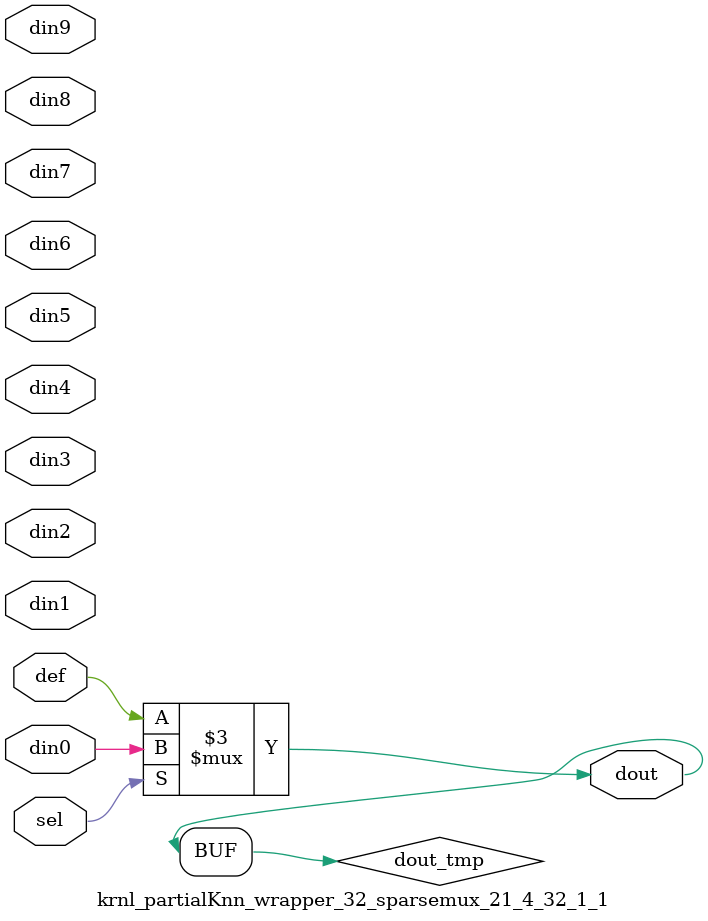
<source format=v>
`timescale 1ns / 1ps

module krnl_partialKnn_wrapper_32_sparsemux_21_4_32_1_1 (din0,din1,din2,din3,din4,din5,din6,din7,din8,din9,def,sel,dout);

parameter din0_WIDTH = 1;

parameter din1_WIDTH = 1;

parameter din2_WIDTH = 1;

parameter din3_WIDTH = 1;

parameter din4_WIDTH = 1;

parameter din5_WIDTH = 1;

parameter din6_WIDTH = 1;

parameter din7_WIDTH = 1;

parameter din8_WIDTH = 1;

parameter din9_WIDTH = 1;

parameter def_WIDTH = 1;
parameter sel_WIDTH = 1;
parameter dout_WIDTH = 1;

parameter [sel_WIDTH-1:0] CASE0 = 1;

parameter [sel_WIDTH-1:0] CASE1 = 1;

parameter [sel_WIDTH-1:0] CASE2 = 1;

parameter [sel_WIDTH-1:0] CASE3 = 1;

parameter [sel_WIDTH-1:0] CASE4 = 1;

parameter [sel_WIDTH-1:0] CASE5 = 1;

parameter [sel_WIDTH-1:0] CASE6 = 1;

parameter [sel_WIDTH-1:0] CASE7 = 1;

parameter [sel_WIDTH-1:0] CASE8 = 1;

parameter [sel_WIDTH-1:0] CASE9 = 1;

parameter ID = 1;
parameter NUM_STAGE = 1;



input [din0_WIDTH-1:0] din0;

input [din1_WIDTH-1:0] din1;

input [din2_WIDTH-1:0] din2;

input [din3_WIDTH-1:0] din3;

input [din4_WIDTH-1:0] din4;

input [din5_WIDTH-1:0] din5;

input [din6_WIDTH-1:0] din6;

input [din7_WIDTH-1:0] din7;

input [din8_WIDTH-1:0] din8;

input [din9_WIDTH-1:0] din9;

input [def_WIDTH-1:0] def;
input [sel_WIDTH-1:0] sel;

output [dout_WIDTH-1:0] dout;



reg [dout_WIDTH-1:0] dout_tmp;

always @ (*) begin
case (sel)
    
    CASE0 : dout_tmp = din0;
    
    CASE1 : dout_tmp = din1;
    
    CASE2 : dout_tmp = din2;
    
    CASE3 : dout_tmp = din3;
    
    CASE4 : dout_tmp = din4;
    
    CASE5 : dout_tmp = din5;
    
    CASE6 : dout_tmp = din6;
    
    CASE7 : dout_tmp = din7;
    
    CASE8 : dout_tmp = din8;
    
    CASE9 : dout_tmp = din9;
    
    default : dout_tmp = def;
endcase
end


assign dout = dout_tmp;



endmodule

</source>
